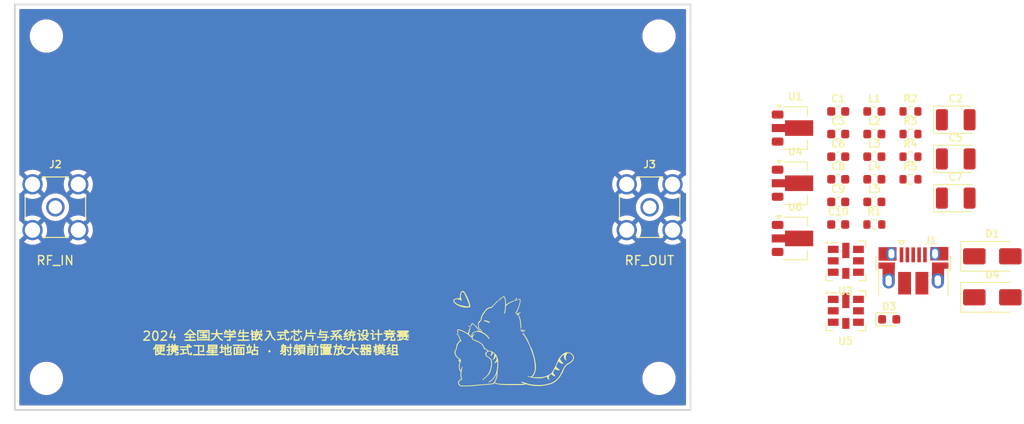
<source format=kicad_pcb>
(kicad_pcb (version 20240108) (generator "pcbnew") (generator_version "8.0")
  (layers (0 "F.Cu" signal) (31 "B.Cu" signal) (34 "B.Paste" user) (35 "F.Paste" user) (36 "B.SilkS" user "B.Silkscreen") (37 "F.SilkS" user "F.Silkscreen") (38 "B.Mask" user) (39 "F.Mask" user) (44 "Edge.Cuts" user))
  (net 0 "")
  (net 1 "Net-(J2-In)")
  (net 2 "Net-(U1-IN)")
  (net 3 "VCC")
  (net 4 "GND")
  (net 5 "Net-(U1-OUT)")
  (net 6 "Net-(U3-INPUT_2)")
  (net 7 "+5V")
  (net 8 "Net-(U5-INPUT_2)")
  (net 9 "Net-(U4-OUT)")
  (net 10 "Net-(U6-OUT)")
  (net 11 "/RF_OUT")
  (net 12 "Net-(D1-A)")
  (net 13 "Net-(D3-A)")
  (net 14 "Net-(D4-A)")
  (net 15 "Net-(U3-INPUT_1)")
  (net 16 "Net-(U3-OUTPUT_1)")
  (net 17 "Net-(U5-INPUT_1)")
  (net 18 "Net-(U5-OUTPUT_1)")
  (net 19 "Net-(U3-OUTPUT_2)")
  (net 20 "Net-(U5-OUTPUT_2)")
  (footprint "Resistor_SMD:R_0603_1608Metric" (layer "F.Cu") (at 194.415 74.38)
    (property "Reference" "R3" (at 0 -1.43 0) (layer "F.SilkS") (effects (font (size 0.8 0.8))))
    (property "Value" "0")
    (pad "1" smd roundrect (at -0.825 0) (size 0.8 0.95) (layers "F.Cu" "F.Paste" "F.Mask") (net 16 "Net-(U3-OUTPUT_1)"))
    (pad "2" smd roundrect (at 0.825 0) (size 0.8 0.95) (layers "F.Cu" "F.Paste" "F.Mask") (net 4 "GND"))
  )
  (footprint "Capacitor_SMD:C_0603_1608Metric" (layer "F.Cu") (at 186.395 79.4)
    (property "Reference" "C8" (at 0 -1.43 0) (layer "F.SilkS") (effects (font (size 0.8 0.8))))
    (property "Value" "0.1uF")
    (pad "1" smd roundrect (at -0.775 0) (size 0.9 0.95) (layers "F.Cu" "F.Paste" "F.Mask") (net 7 "+5V"))
    (pad "2" smd roundrect (at 0.775 0) (size 0.9 0.95) (layers "F.Cu" "F.Paste" "F.Mask") (net 4 "GND"))
  )
  (footprint "Inductor_SMD:L_0603_1608Metric" (layer "F.Cu") (at 190.405 76.89)
    (property "Reference" "L3" (at 0 -1.43 0) (layer "F.SilkS") (effects (font (size 0.8 0.8))))
    (property "Value" "1uH")
    (pad "1" smd roundrect (at -0.7875 0) (size 0.875 0.95) (layers "F.Cu" "F.Paste" "F.Mask") (net 7 "+5V"))
    (pad "2" smd roundrect (at 0.7875 0) (size 0.875 0.95) (layers "F.Cu" "F.Paste" "F.Mask") (net 9 "Net-(U4-OUT)"))
  )
  (footprint "Inductor_SMD:L_0603_1608Metric" (layer "F.Cu") (at 190.405 71.87)
    (property "Reference" "L1" (at 0 -1.43 0) (layer "F.SilkS") (effects (font (size 0.8 0.8))))
    (property "Value" "1uH")
    (pad "1" smd roundrect (at -0.7875 0) (size 0.875 0.95) (layers "F.Cu" "F.Paste" "F.Mask") (net 7 "+5V"))
    (pad "2" smd roundrect (at 0.7875 0) (size 0.875 0.95) (layers "F.Cu" "F.Paste" "F.Mask") (net 5 "Net-(U1-OUT)"))
  )
  (footprint "Resistor_SMD:R_0603_1608Metric" (layer "F.Cu") (at 194.415 76.89)
    (property "Reference" "R4" (at 0 -1.43 0) (layer "F.SilkS") (effects (font (size 0.8 0.8))))
    (property "Value" "0")
    (pad "1" smd roundrect (at -0.825 0) (size 0.8 0.95) (layers "F.Cu" "F.Paste" "F.Mask") (net 4 "GND"))
    (pad "2" smd roundrect (at 0.825 0) (size 0.8 0.95) (layers "F.Cu" "F.Paste" "F.Mask") (net 17 "Net-(U5-INPUT_1)"))
  )
  (footprint "MountingHole:MountingHole_3.2mm_M3" (layer "F.Cu") (at 166.5 101.5)
    (property "Reference" "H3" (hide yes))
    (property "Value" "MountingHole")
    (pad "" np_thru_hole circle (at 0 0) (size 3.2 3.2) (drill 3.2) (layers "*.Cu" "*.Mask"))
  )
  (footprint "Capacitor_SMD:C_0603_1608Metric" (layer "F.Cu") (at 186.395 84.42)
    (property "Reference" "C10" (at 0 -1.43 0) (layer "F.SilkS") (effects (font (size 0.8 0.8))))
    (property "Value" "22pF")
    (pad "1" smd roundrect (at -0.775 0) (size 0.9 0.95) (layers "F.Cu" "F.Paste" "F.Mask") (net 10 "Net-(U6-OUT)"))
    (pad "2" smd roundrect (at 0.775 0) (size 0.9 0.95) (layers "F.Cu" "F.Paste" "F.Mask") (net 11 "/RF_OUT"))
  )
  (footprint "MountingHole:MountingHole_3.2mm_M3" (layer "F.Cu") (at 166.5 63.5)
    (property "Reference" "H2" (hide yes))
    (property "Value" "MountingHole")
    (pad "" np_thru_hole circle (at 0 0) (size 3.2 3.2) (drill 3.2) (layers "*.Cu" "*.Mask"))
  )
  (footprint "Resistor_SMD:R_0603_1608Metric" (layer "F.Cu") (at 194.415 79.4)
    (property "Reference" "R5" (at 0 -1.43 0) (layer "F.SilkS") (effects (font (size 0.8 0.8))))
    (property "Value" "0")
    (pad "1" smd roundrect (at -0.825 0) (size 0.8 0.95) (layers "F.Cu" "F.Paste" "F.Mask") (net 18 "Net-(U5-OUTPUT_1)"))
    (pad "2" smd roundrect (at 0.825 0) (size 0.8 0.95) (layers "F.Cu" "F.Paste" "F.Mask") (net 4 "GND"))
  )
  (footprint "Inductor_SMD:L_0603_1608Metric" (layer "F.Cu") (at 190.405 74.38)
    (property "Reference" "L2" (at 0 -1.43 0) (layer "F.SilkS") (effects (font (size 0.8 0.8))))
    (property "Value" "1uH")
    (pad "1" smd roundrect (at -0.7875 0) (size 0.875 0.95) (layers "F.Cu" "F.Paste" "F.Mask") (net 3 "VCC"))
    (pad "2" smd roundrect (at 0.7875 0) (size 0.875 0.95) (layers "F.Cu" "F.Paste" "F.Mask") (net 7 "+5V"))
  )
  (footprint "Diode_SMD:D_SMA" (layer "F.Cu") (at 203.5 92.5)
    (property "Reference" "D4" (at 0 -2.5 0) (layer "F.SilkS") (effects (font (size 0.8 0.8))))
    (property "Value" "SS34")
    (pad "1" smd roundrect (at -2 0) (size 2.5 1.8) (layers "F.Cu" "F.Paste" "F.Mask") (roundrect_rratio 0.1388888889) (net 7 "+5V"))
    (pad "2" smd roundrect (at 2 0) (size 2.5 1.8) (layers "F.Cu" "F.Paste" "F.Mask") (roundrect_rratio 0.1388888889) (net 14 "Net-(D4-A)"))
  )
  (footprint "Package_TO_SOT_SMD:SOT-89-3" (layer "F.Cu") (at 181.615 73.715)
    (property "Reference" "U1" (at 0 -3.5 0) (layer "F.SilkS") (effects (font (size 0.8 0.8))))
    (property "Value" "TQP3M9008")
    (pad "1" smd roundrect (at -1.95 -1.5) (size 1.3 0.9) (layers "F.Cu" "F.Paste" "F.Mask") (net 2 "Net-(U1-IN)"))
    (pad "2" smd custom (at -1.8625 0) (size 1.475 0.9) (layers "F.Cu" "F.Paste" "F.Mask") (net 4 "GND") (options (clearance outline) (anchor rect)) (primitives (gr_poly (pts (xy 3.8625 0.8665) (xy 0.7375 0.8665) (xy 0.7375 -0.8665) (xy 3.8625 -0.8665)) (width 0) (fill yes))))
    (pad "3" smd roundrect (at -1.95 1.5) (size 1.3 0.9) (layers "F.Cu" "F.Paste" "F.Mask") (net 5 "Net-(U1-OUT)"))
  )
  (footprint "LNA1690:Logo" (layer "F.Cu") (at 150 97.411034)
    (property "Reference" "G***" (hide yes))
    (property "Value" "LOGO" (hide yes))
  )
  (footprint "Capacitor_Tantalum_SMD:CP_EIA-3528-12_Kemet-T" (layer "F.Cu") (at 199.44 81.49)
    (property "Reference" "C7" (at 0 -2.35 0) (layer "F.SilkS") (effects (font (size 0.8 0.8))))
    (property "Value" "10uF")
    (pad "1" smd roundrect (at -1.5375 0) (size 1.325 2.35) (layers "F.Cu" "F.Paste" "F.Mask") (roundrect_rratio 0.188679) (net 7 "+5V"))
    (pad "2" smd roundrect (at 1.5375 0) (size 1.325 2.35) (layers "F.Cu" "F.Paste" "F.Mask") (roundrect_rratio 0.188679) (net 4 "GND"))
  )
  (footprint "Resistor_SMD:R_0603_1608Metric" (layer "F.Cu") (at 190.405 84.42)
    (property "Reference" "R1" (at 0 -1.43 0) (layer "F.SilkS") (effects (font (size 0.8 0.8))))
    (property "Value" "0")
    (pad "1" smd roundrect (at -0.825 0) (size 0.8 0.95) (layers "F.Cu" "F.Paste" "F.Mask") (net 4 "GND"))
    (pad "2" smd roundrect (at 0.825 0) (size 0.8 0.95) (layers "F.Cu" "F.Paste" "F.Mask") (net 15 "Net-(U3-INPUT_1)"))
  )
  (footprint "Capacitor_SMD:C_0603_1608Metric" (layer "F.Cu") (at 186.395 76.89)
    (property "Reference" "C6" (at 0 -1.43 0) (layer "F.SilkS") (effects (font (size 0.8 0.8))))
    (property "Value" "22pF")
    (pad "1" smd roundrect (at -0.775 0) (size 0.9 0.95) (layers "F.Cu" "F.Paste" "F.Mask") (net 9 "Net-(U4-OUT)"))
    (pad "2" smd roundrect (at 0.775 0) (size 0.9 0.95) (layers "F.Cu" "F.Paste" "F.Mask") (net 8 "Net-(U5-INPUT_2)"))
  )
  (footprint "Filter:Filter_SAW-8_3.8x3.8mm" (layer "F.Cu") (at 187.24 94)
    (property "Reference" "U5" (at -0.04 3.36 0) (layer "F.SilkS") (effects (font (size 0.8 0.8))))
    (property "Value" "TA1125A")
    (pad "1" smd rect (at -1.4 -1.27 270) (size 0.8 1.2) (layers "F.Cu" "F.Paste" "F.Mask") (net 17 "Net-(U5-INPUT_1)"))
    (pad "2" smd rect (at -1.4 0 270) (size 0.8 1.2) (layers "F.Cu" "F.Paste" "F.Mask") (net 8 "Net-(U5-INPUT_2)"))
    (pad "3" smd rect (at -1.4 1.27 270) (size 0.8 1.2) (layers "F.Cu" "F.Paste" "F.Mask") (net 4 "GND"))
    (pad "4" smd rect (at 0 1.4 270) (size 1.2 0.8) (layers "F.Cu" "F.Paste" "F.Mask") (net 4 "GND"))
    (pad "5" smd rect (at 1.4 1.27 270) (size 0.8 1.2) (layers "F.Cu" "F.Paste" "F.Mask") (net 18 "Net-(U5-OUTPUT_1)"))
    (pad "6" smd rect (at 1.4 0 270) (size 0.8 1.2) (layers "F.Cu" "F.Paste" "F.Mask") (net 20 "Net-(U5-OUTPUT_2)"))
    (pad "7" smd rect (at 1.4 -1.27 270) (size 0.8 1.2) (layers "F.Cu" "F.Paste" "F.Mask") (net 4 "GND"))
    (pad "8" smd rect (at 0 -1.15 270) (size 1.7 0.8) (layers "F.Cu" "F.Paste" "F.Mask") (net 4 "GND"))
  )
  (footprint "Diode_SMD:D_SMA" (layer "F.Cu") (at 203.5 87.95)
    (property "Reference" "D1" (at 0 -2.5 0) (layer "F.SilkS") (effects (font (size 0.8 0.8))))
    (property "Value" "SS34")
    (pad "1" smd roundrect (at -2 0) (size 2.5 1.8) (layers "F.Cu" "F.Paste" "F.Mask") (roundrect_rratio 0.1388888889) (net 3 "VCC"))
    (pad "2" smd roundrect (at 2 0) (size 2.5 1.8) (layers "F.Cu" "F.Paste" "F.Mask") (roundrect_rratio 0.1388888889) (net 12 "Net-(D1-A)"))
  )
  (footprint "Connector_Coaxial:SMA_Amphenol_901-144_Vertical" (layer "F.Cu") (at 165.46 82.5)
    (property "Reference" "J3" (at 0 -4.75 0) (layer "F.SilkS") (effects (font (size 0.8 0.8))))
    (property "Value" "Conn_Coaxial")
    (pad "1" thru_hole circle (at 0 0) (size 2.05 2.05) (drill 1.5) (layers "*.Cu" "*.Mask") (net 11 "/RF_OUT"))
    (pad "2" thru_hole circle (at -2.54 -2.54) (size 2.25 2.25) (drill 1.7) (layers "*.Cu" "*.Mask") (net 4 "GND"))
    (pad "2" thru_hole circle (at -2.54 2.54) (size 2.25 2.25) (drill 1.7) (layers "*.Cu" "*.Mask") (net 4 "GND"))
    (pad "2" thru_hole circle (at 2.54 -2.54) (size 2.25 2.25) (drill 1.7) (layers "*.Cu" "*.Mask") (net 4 "GND"))
    (pad "2" thru_hole circle (at 2.54 2.54) (size 2.25 2.25) (drill 1.7) (layers "*.Cu" "*.Mask") (net 4 "GND"))
  )
  (footprint "Capacitor_SMD:C_0603_1608Metric" (layer "F.Cu") (at 186.395 81.91)
    (property "Reference" "C9" (at 0 -1.43 0) (layer "F.SilkS") (effects (font (size 0.8 0.8))))
    (property "Value" "0.1uF")
    (pad "1" smd roundrect (at -0.775 0) (size 0.9 0.95) (layers "F.Cu" "F.Paste" "F.Mask") (net 7 "+5V"))
    (pad "2" smd roundrect (at 0.775 0) (size 0.9 0.95) (layers "F.Cu" "F.Paste" "F.Mask") (net 4 "GND"))
  )
  (footprint "Capacitor_Tantalum_SMD:CP_EIA-3528-12_Kemet-T" (layer "F.Cu") (at 199.44 77.14)
    (property "Reference" "C5" (at 0 -2.35 0) (layer "F.SilkS") (effects (font (size 0.8 0.8))))
    (property "Value" "10uF")
    (pad "1" smd roundrect (at -1.5375 0) (size 1.325 2.35) (layers "F.Cu" "F.Paste" "F.Mask") (roundrect_rratio 0.188679) (net 7 "+5V"))
    (pad "2" smd roundrect (at 1.5375 0) (size 1.325 2.35) (layers "F.Cu" "F.Paste" "F.Mask") (roundrect_rratio 0.188679) (net 4 "GND"))
  )
  (footprint "LED_SMD:LED_0603_1608Metric" (layer "F.Cu") (at 192.055 94.95)
    (property "Reference" "D3" (at 0 -1.43 0) (layer "F.SilkS") (effects (font (size 0.8 0.8))))
    (property "Value" "LED_Small")
    (pad "1" smd roundrect (at -0.7875 0) (size 0.875 0.95) (layers "F.Cu" "F.Paste" "F.Mask") (net 4 "GND"))
    (pad "2" smd roundrect (at 0.7875 0) (size 0.875 0.95) (layers "F.Cu" "F.Paste" "F.Mask") (net 13 "Net-(D3-A)"))
  )
  (footprint "Package_TO_SOT_SMD:SOT-89-3" (layer "F.Cu") (at 181.615 85.965)
    (property "Reference" "U6" (at 0 -3.5 0) (layer "F.SilkS") (effects (font (size 0.8 0.8))))
    (property "Value" "TQP3M9008")
    (pad "1" smd roundrect (at -1.95 -1.5) (size 1.3 0.9) (layers "F.Cu" "F.Paste" "F.Mask") (net 20 "Net-(U5-OUTPUT_2)"))
    (pad "2" smd custom (at -1.8625 0) (size 1.475 0.9) (layers "F.Cu" "F.Paste" "F.Mask") (net 4 "GND") (options (clearance outline) (anchor rect)) (primitives (gr_poly (pts (xy 3.8625 0.8665) (xy 0.7375 0.8665) (xy 0.7375 -0.8665) (xy 3.8625 -0.8665)) (width 0) (fill yes))))
    (pad "3" smd roundrect (at -1.95 1.5) (size 1.3 0.9) (layers "F.Cu" "F.Paste" "F.Mask") (net 10 "Net-(U6-OUT)"))
  )
  (footprint "Inductor_SMD:L_0603_1608Metric" (layer "F.Cu") (at 190.405 81.91)
    (property "Reference" "L5" (at 0 -1.43 0) (layer "F.SilkS") (effects (font (size 0.8 0.8))))
    (property "Value" "1uH")
    (pad "1" smd roundrect (at -0.7875 0) (size 0.875 0.95) (layers "F.Cu" "F.Paste" "F.Mask") (net 7 "+5V"))
    (pad "2" smd roundrect (at 0.7875 0) (size 0.875 0.95) (layers "F.Cu" "F.Paste" "F.Mask") (net 10 "Net-(U6-OUT)"))
  )
  (footprint "Capacitor_SMD:C_0603_1608Metric" (layer "F.Cu") (at 186.395 71.87)
    (property "Reference" "C1" (at 0 -1.43 0) (layer "F.SilkS") (effects (font (size 0.8 0.8))))
    (property "Value" "22pF")
    (pad "1" smd roundrect (at -0.775 0) (size 0.9 0.95) (layers "F.Cu" "F.Paste" "F.Mask") (net 1 "Net-(J2-In)"))
    (pad "2" smd roundrect (at 0.775 0) (size 0.9 0.95) (layers "F.Cu" "F.Paste" "F.Mask") (net 2 "Net-(U1-IN)"))
  )
  (footprint "Capacitor_SMD:C_0603_1608Metric" (layer "F.Cu") (at 186.395 74.38)
    (property "Reference" "C3" (at 0 -1.43 0) (layer "F.SilkS") (effects (font (size 0.8 0.8))))
    (property "Value" "22pF")
    (pad "1" smd roundrect (at -0.775 0) (size 0.9 0.95) (layers "F.Cu" "F.Paste" "F.Mask") (net 5 "Net-(U1-OUT)"))
    (pad "2" smd roundrect (at 0.775 0) (size 0.9 0.95) (layers "F.Cu" "F.Paste" "F.Mask") (net 6 "Net-(U3-INPUT_2)"))
  )
  (footprint "Package_TO_SOT_SMD:SOT-89-3" (layer "F.Cu") (at 181.615 79.84)
    (property "Reference" "U4" (at 0 -3.5 0) (layer "F.SilkS") (effects (font (size 0.8 0.8))))
    (property "Value" "TQP3M9008")
    (pad "1" smd roundrect (at -1.95 -1.5) (size 1.3 0.9) (layers "F.Cu" "F.Paste" "F.Mask") (net 19 "Net-(U3-OUTPUT_2)"))
    (pad "2" smd custom (at -1.8625 0) (size 1.475 0.9) (layers "F.Cu" "F.Paste" "F.Mask") (net 4 "GND") (options (clearance outline) (anchor rect)) (primitives (gr_poly (pts (xy 3.8625 0.8665) (xy 0.7375 0.8665) (xy 0.7375 -0.8665) (xy 3.8625 -0.8665)) (width 0) (fill yes))))
    (pad "3" smd roundrect (at -1.95 1.5) (size 1.3 0.9) (layers "F.Cu" "F.Paste" "F.Mask") (net 9 "Net-(U4-OUT)"))
  )
  (footprint "Filter:Filter_SAW-8_3.8x3.8mm" (layer "F.Cu") (at 187.24 88.45)
    (property "Reference" "U3" (at -0.04 3.36 0) (layer "F.SilkS") (effects (font (size 0.8 0.8))))
    (property "Value" "TA1125A")
    (pad "1" smd rect (at -1.4 -1.27 270) (size 0.8 1.2) (layers "F.Cu" "F.Paste" "F.Mask") (net 15 "Net-(U3-INPUT_1)"))
    (pad "2" smd rect (at -1.4 0 270) (size 0.8 1.2) (layers "F.Cu" "F.Paste" "F.Mask") (net 6 "Net-(U3-INPUT_2)"))
    (pad "3" smd rect (at -1.4 1.27 270) (size 0.8 1.2) (layers "F.Cu" "F.Paste" "F.Mask") (net 4 "GND"))
    (pad "4" smd rect (at 0 1.4 270) (size 1.2 0.8) (layers "F.Cu" "F.Paste" "F.Mask") (net 4 "GND"))
    (pad "5" smd rect (at 1.4 1.27 270) (size 0.8 1.2) (layers "F.Cu" "F.Paste" "F.Mask") (net 16 "Net-(U3-OUTPUT_1)"))
    (pad "6" smd rect (at 1.4 0 270) (size 0.8 1.2) (layers "F.Cu" "F.Paste" "F.Mask") (net 19 "Net-(U3-OUTPUT_2)"))
    (pad "7" smd rect (at 1.4 -1.27 270) (size 0.8 1.2) (layers "F.Cu" "F.Paste" "F.Mask") (net 4 "GND"))
    (pad "8" smd rect (at 0 -1.15 270) (size 1.7 0.8) (layers "F.Cu" "F.Paste" "F.Mask") (net 4 "GND"))
  )
  (footprint "MountingHole:MountingHole_3.2mm_M3" (layer "F.Cu") (at 98.5 101.5)
    (property "Reference" "H4" (hide yes))
    (property "Value" "MountingHole")
    (pad "" np_thru_hole circle (at 0 0) (size 3.2 3.2) (drill 3.2) (layers "*.Cu" "*.Mask"))
  )
  (footprint "Inductor_SMD:L_0603_1608Metric" (layer "F.Cu") (at 190.405 79.4)
    (property "Reference" "L4" (at 0 -1.43 0) (layer "F.SilkS") (effects (font (size 0.8 0.8))))
    (property "Value" "1uH")
    (pad "1" smd roundrect (at -0.7875 0) (size 0.875 0.95) (layers "F.Cu" "F.Paste" "F.Mask") (net 14 "Net-(D4-A)"))
    (pad "2" smd roundrect (at 0.7875 0) (size 0.875 0.95) (layers "F.Cu" "F.Paste" "F.Mask") (net 11 "/RF_OUT"))
  )
  (footprint "Capacitor_Tantalum_SMD:CP_EIA-3528-12_Kemet-T" (layer "F.Cu") (at 199.44 72.79)
    (property "Reference" "C2" (at 0 -2.35 0) (layer "F.SilkS") (effects (font (size 0.8 0.8))))
    (property "Value" "10uF")
    (pad "1" smd roundrect (at -1.5375 0) (size 1.325 2.35) (layers "F.Cu" "F.Paste" "F.Mask") (roundrect_rratio 0.188679) (net 3 "VCC"))
    (pad "2" smd roundrect (at 1.5375 0) (size 1.325 2.35) (layers "F.Cu" "F.Paste" "F.Mask") (roundrect_rratio 0.188679) (net 4 "GND"))
  )
  (footprint "MountingHole:MountingHole_3.2mm_M3" (layer "F.Cu") (at 98.5 63.5)
    (property "Reference" "H1" (hide yes))
    (property "Value" "MountingHole")
    (pad "" np_thru_hole circle (at 0 0) (size 3.2 3.2) (drill 3.2) (layers "*.Cu" "*.Mask"))
  )
  (footprint "Connector_USB:USB_Micro-B_Amphenol_10103594-0001LF_Horizontal" (layer "F.Cu") (at 194.745 89.55)
    (property "Reference" "J1" (at 1.925 -3.365 0) (layer "F.SilkS") (effects (font (size 0.8 0.8))))
    (property "Value" "USB_B_Micro")
    (pad "1" smd rect (at -1.325 -1.765 90) (size 1.65 0.4) (layers "F.Cu" "F.Paste" "F.Mask") (net 12 "Net-(D1-A)"))
    (pad "2" smd rect (at -0.675 -1.765 90) (size 1.65 0.4) (layers "F.Cu" "F.Paste" "F.Mask"))
    (pad "3" smd rect (at -0.025 -1.765 90) (size 1.65 0.4) (layers "F.Cu" "F.Paste" "F.Mask"))
    (pad "4" smd rect (at 0.625 -1.765 90) (size 1.65 0.4) (layers "F.Cu" "F.Paste" "F.Mask"))
    (pad "5" smd rect (at 1.275 -1.765 90) (size 1.65 0.4) (layers "F.Cu" "F.Paste" "F.Mask") (net 4 "GND"))
    (pad "6" smd rect (at -2.975 -0.565) (size 1.825 0.7) (layers "F.Cu" "F.Paste" "F.Mask") (net 4 "GND"))
    (pad "6" smd rect (at -2.875 -1.865) (size 2 1.5) (layers "F.Cu" "F.Paste" "F.Mask") (net 4 "GND"))
    (pad "6" smd rect (at -2.755 0.185) (size 1.35 2) (layers "F.Cu" "F.Paste" "F.Mask") (net 4 "GND"))
    (pad "6" thru_hole oval (at -2.755 1.115 90) (size 1.7 1.35) (drill oval 1.2 0.7) (layers "*.Cu" "*.Mask") (net 4 "GND"))
    (pad "6" thru_hole oval (at -2.445 -1.885 90) (size 1.5 1.1) (drill oval 1.05 0.65) (layers "*.Cu" "*.Mask") (net 4 "GND"))
    (pad "6" smd rect (at -0.985 1.385 90) (size 2.5 1.43) (layers "F.Cu" "F.Paste" "F.Mask") (net 4 "GND"))
    (pad "6" smd rect (at 0.935 1.385 90) (size 2.5 1.43) (layers "F.Cu" "F.Paste" "F.Mask") (net 4 "GND"))
    (pad "6" thru_hole oval (at 2.395 -1.885 90) (size 1.5 1.1) (drill oval 1.05 0.65) (layers "*.Cu" "*.Mask") (net 4 "GND"))
    (pad "6" thru_hole oval (at 2.705 1.115 90) (size 1.7 1.35) (drill oval 1.2 0.7) (layers "*.Cu" "*.Mask") (net 4 "GND"))
    (pad "6" smd rect (at 2.725 0.185) (size 1.35 2) (layers "F.Cu" "F.Paste" "F.Mask") (net 4 "GND"))
    (pad "6" smd rect (at 2.875 -1.885) (size 2 1.5) (layers "F.Cu" "F.Paste" "F.Mask") (net 4 "GND"))
    (pad "6" smd rect (at 2.975 -0.565) (size 1.825 0.7) (layers "F.Cu" "F.Paste" "F.Mask") (net 4 "GND"))
  )
  (footprint "Resistor_SMD:R_0603_1608Metric" (layer "F.Cu") (at 194.415 71.87)
    (property "Reference" "R2" (at 0 -1.43 0) (layer "F.SilkS") (effects (font (size 0.8 0.8))))
    (property "Value" "4.7k")
    (pad "1" smd roundrect (at -0.825 0) (size 0.8 0.95) (layers "F.Cu" "F.Paste" "F.Mask") (net 3 "VCC"))
    (pad "2" smd roundrect (at 0.825 0) (size 0.8 0.95) (layers "F.Cu" "F.Paste" "F.Mask") (net 13 "Net-(D3-A)"))
  )
  (footprint "Connector_Coaxial:SMA_Amphenol_901-144_Vertical" (layer "F.Cu") (at 99.5 82.5)
    (property "Reference" "J2" (at 0 -4.75 0) (layer "F.SilkS") (effects (font (size 0.8 0.8))))
    (property "Value" "Conn_Coaxial")
    (pad "1" thru_hole circle (at 0 0) (size 2.05 2.05) (drill 1.5) (layers "*.Cu" "*.Mask") (net 1 "Net-(J2-In)"))
    (pad "2" thru_hole circle (at -2.54 -2.54) (size 2.25 2.25) (drill 1.7) (layers "*.Cu" "*.Mask") (net 4 "GND"))
    (pad "2" thru_hole circle (at -2.54 2.54) (size 2.25 2.25) (drill 1.7) (layers "*.Cu" "*.Mask") (net 4 "GND"))
    (pad "2" thru_hole circle (at 2.54 -2.54) (size 2.25 2.25) (drill 1.7) (layers "*.Cu" "*.Mask") (net 4 "GND"))
    (pad "2" thru_hole circle (at 2.54 2.54) (size 2.25 2.25) (drill 1.7) (layers "*.Cu" "*.Mask") (net 4 "GND"))
  )
  (gr_rect (start 95 60) (end 170 105) (stroke (width 0.2)) (fill none) (layer "Edge.Cuts"))
  (gr_text "RF_IN" (at 97.303572 89 0) (layer "F.SilkS") (effects (font (size 1 1)) (justify left bottom)))
  (gr_text "RF_OUT" (at 162.596905 89 0) (layer "F.SilkS") (effects (font (size 1 1)) (justify left bottom)))
  (gr_text "2024 全国大学生嵌入式芯片与系统设计竞赛\n便携式卫星地面站 · 射頻前置放大器模组" (at 124 99 0) (layer "F.SilkS") (effects (font (size 1 1)) (justify bottom)))
  (zone (net 4) (net_name "GND") (layers "F&B.Cu") (connect_pads (clearance 0.5)) (min_thickness 0.25) (fill yes (thermal_gap 0.5) (thermal_bridge_width 0.5))
    (polygon (pts (xy 94.5 59.5) (xy 170.5 59.5) (xy 170.5 105.5) (xy 94.5 105.5)))
  )
)
</source>
